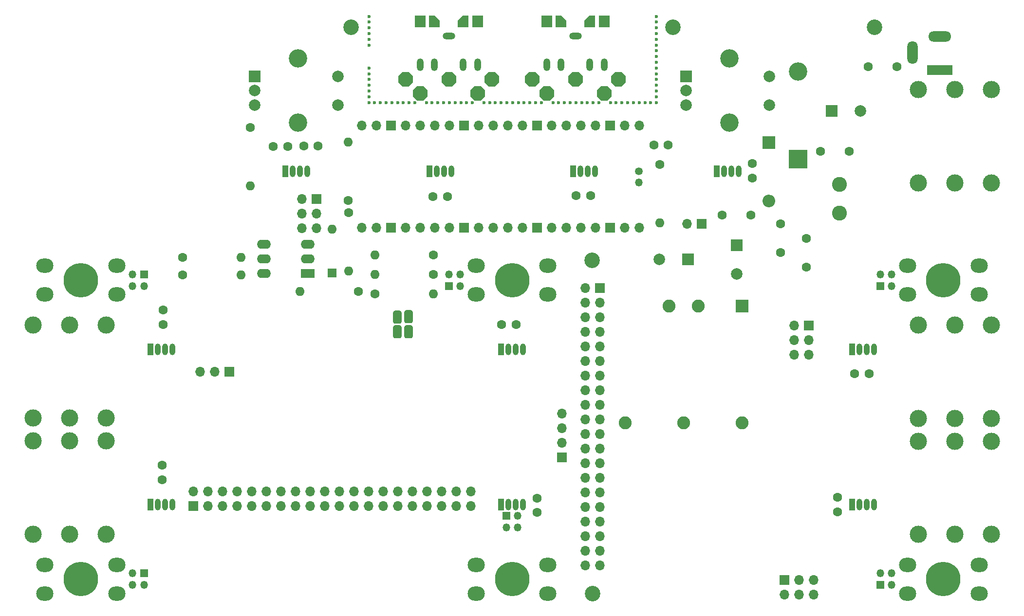
<source format=gbr>
%TF.GenerationSoftware,KiCad,Pcbnew,7.0.7-7.0.7~ubuntu23.04.1*%
%TF.CreationDate,2023-09-10T12:49:34+00:00*%
%TF.ProjectId,pedalboard-hw,70656461-6c62-46f6-9172-642d68772e6b,2.1.0*%
%TF.SameCoordinates,Original*%
%TF.FileFunction,Soldermask,Bot*%
%TF.FilePolarity,Negative*%
%FSLAX46Y46*%
G04 Gerber Fmt 4.6, Leading zero omitted, Abs format (unit mm)*
G04 Created by KiCad (PCBNEW 7.0.7-7.0.7~ubuntu23.04.1) date 2023-09-10 12:49:34*
%MOMM*%
%LPD*%
G01*
G04 APERTURE LIST*
G04 Aperture macros list*
%AMRoundRect*
0 Rectangle with rounded corners*
0 $1 Rounding radius*
0 $2 $3 $4 $5 $6 $7 $8 $9 X,Y pos of 4 corners*
0 Add a 4 corners polygon primitive as box body*
4,1,4,$2,$3,$4,$5,$6,$7,$8,$9,$2,$3,0*
0 Add four circle primitives for the rounded corners*
1,1,$1+$1,$2,$3*
1,1,$1+$1,$4,$5*
1,1,$1+$1,$6,$7*
1,1,$1+$1,$8,$9*
0 Add four rect primitives between the rounded corners*
20,1,$1+$1,$2,$3,$4,$5,0*
20,1,$1+$1,$4,$5,$6,$7,0*
20,1,$1+$1,$6,$7,$8,$9,0*
20,1,$1+$1,$8,$9,$2,$3,0*%
%AMFreePoly0*
4,1,17,0.553688,1.285921,1.285921,0.553688,1.300800,0.517767,1.300800,-0.517767,1.285921,-0.553688,0.553688,-1.285921,0.517767,-1.300800,-0.517767,-1.300800,-0.553688,-1.285921,-1.285921,-0.553688,-1.300800,-0.517767,-1.300800,0.517767,-1.285921,0.553688,-0.553688,1.285921,-0.517767,1.300800,0.517767,1.300800,0.553688,1.285921,0.553688,1.285921,$1*%
%AMFreePoly1*
4,1,14,0.935921,1.035921,0.950800,1.000000,0.950800,-0.100000,0.935921,-0.135921,0.035921,-1.035921,0.000000,-1.050800,-0.900000,-1.050800,-0.935921,-1.035921,-0.950800,-1.000000,-0.950800,1.000000,-0.935921,1.035921,-0.900000,1.050800,0.900000,1.050800,0.935921,1.035921,0.935921,1.035921,$1*%
%AMFreePoly2*
4,1,14,0.935921,1.035921,0.950800,1.000000,0.950800,-1.000000,0.935921,-1.035921,0.900000,-1.050800,0.000000,-1.050800,-0.035921,-1.035921,-0.935921,-0.135921,-0.950800,-0.100000,-0.950800,1.000000,-0.935921,1.035921,-0.900000,1.050800,0.900000,1.050800,0.935921,1.035921,0.935921,1.035921,$1*%
G04 Aperture macros list end*
%ADD10C,1.600000*%
%ADD11O,1.200000X2.200000*%
%ADD12O,2.200000X1.200000*%
%ADD13C,2.700000*%
%ADD14C,3.000000*%
%ADD15R,4.400000X1.800000*%
%ADD16O,4.000000X1.800000*%
%ADD17O,1.800000X4.000000*%
%ADD18C,6.000000*%
%ADD19R,1.350000X1.350000*%
%ADD20O,1.350000X1.350000*%
%ADD21O,1.600000X1.600000*%
%ADD22R,1.000000X2.000000*%
%ADD23O,1.000000X2.000000*%
%ADD24R,2.250000X2.250000*%
%ADD25C,2.250000*%
%ADD26R,1.700000X1.700000*%
%ADD27O,1.700000X1.700000*%
%ADD28C,0.600000*%
%ADD29O,3.000000X2.500000*%
%ADD30R,2.400000X1.600000*%
%ADD31O,2.400000X1.600000*%
%ADD32C,2.600000*%
%ADD33FreePoly0,180.000000*%
%ADD34FreePoly0,270.000000*%
%ADD35FreePoly1,180.000000*%
%ADD36RoundRect,0.050800X0.900000X1.000000X-0.900000X1.000000X-0.900000X-1.000000X0.900000X-1.000000X0*%
%ADD37FreePoly2,180.000000*%
%ADD38R,2.000000X2.000000*%
%ADD39C,2.000000*%
%ADD40C,3.200000*%
%ADD41R,1.600000X1.600000*%
%ADD42R,3.200000X3.200000*%
%ADD43O,3.200000X3.200000*%
%ADD44R,2.200000X2.200000*%
%ADD45O,2.200000X2.200000*%
%ADD46RoundRect,0.381000X0.381000X-0.762000X0.381000X0.762000X-0.381000X0.762000X-0.381000X-0.762000X0*%
%ADD47C,1.350000*%
G04 APERTURE END LIST*
D10*
%TO.C,C5*%
X146800000Y-46700000D03*
X146800000Y-49200000D03*
%TD*%
D11*
%TO.C,J16*%
X121000000Y-29500000D03*
X118500000Y-29500000D03*
D12*
X116000000Y-24500000D03*
D11*
X111000000Y-29500000D03*
X113500000Y-29500000D03*
%TD*%
D13*
%TO.C,H8*%
X133000000Y-23000000D03*
%TD*%
D14*
%TO.C,J12*%
X28050000Y-111200000D03*
X28050000Y-94970000D03*
X21700000Y-111200000D03*
X21700000Y-94970000D03*
X34400000Y-111200000D03*
X34400000Y-94970000D03*
%TD*%
D10*
%TO.C,C16*%
X158637600Y-44600000D03*
X163637600Y-44600000D03*
%TD*%
D15*
%TO.C,J13*%
X179400000Y-30400000D03*
D16*
X179400000Y-24600000D03*
D17*
X174600000Y-27400000D03*
%TD*%
D18*
%TO.C,H4*%
X30000000Y-119000000D03*
%TD*%
D19*
%TO.C,J22*%
X41000000Y-66000000D03*
D20*
X41000000Y-68000000D03*
X39000000Y-66000000D03*
X39000000Y-68000000D03*
%TD*%
D10*
%TO.C,L5*%
X130700000Y-46820000D03*
D21*
X130700000Y-56980000D03*
%TD*%
D22*
%TO.C,D3*%
X115600000Y-48000000D03*
D23*
X116870000Y-48000000D03*
X118140000Y-48000000D03*
X119410000Y-48000000D03*
%TD*%
D18*
%TO.C,H2*%
X105000000Y-67000000D03*
%TD*%
%TO.C,H1*%
X30000000Y-67000000D03*
%TD*%
D14*
%TO.C,J11*%
X28085000Y-91000000D03*
X28085000Y-74770000D03*
X21735000Y-91000000D03*
X21735000Y-74770000D03*
X34435000Y-91000000D03*
X34435000Y-74770000D03*
%TD*%
D24*
%TO.C,PS1*%
X144960000Y-71520000D03*
D25*
X137340000Y-71520000D03*
X132260000Y-71520000D03*
X124640000Y-91840000D03*
X134800000Y-91840000D03*
X144960000Y-91840000D03*
%TD*%
D14*
%TO.C,J10*%
X181950000Y-94995000D03*
X181950000Y-111225000D03*
X188300000Y-94995000D03*
X188300000Y-111225000D03*
X175600000Y-94995000D03*
X175600000Y-111225000D03*
%TD*%
D22*
%TO.C,D4*%
X140600000Y-48000000D03*
D23*
X141870000Y-48000000D03*
X143140000Y-48000000D03*
X144410000Y-48000000D03*
%TD*%
D10*
%TO.C,C10*%
X109310000Y-104930000D03*
X109310000Y-107430000D03*
%TD*%
D22*
%TO.C,D7*%
X103100000Y-106000000D03*
D23*
X104370000Y-106000000D03*
X105640000Y-106000000D03*
X106910000Y-106000000D03*
%TD*%
D13*
%TO.C,H11*%
X118980000Y-121520000D03*
%TD*%
D19*
%TO.C,J19*%
X169000000Y-120000000D03*
D20*
X169000000Y-118000000D03*
X171000000Y-120000000D03*
X171000000Y-118000000D03*
%TD*%
D26*
%TO.C,J7*%
X49590000Y-106320000D03*
D27*
X49590000Y-103780000D03*
X52130000Y-106320000D03*
X52130000Y-103780000D03*
X54670000Y-106320000D03*
X54670000Y-103780000D03*
X57210000Y-106320000D03*
X57210000Y-103780000D03*
X59750000Y-106320000D03*
X59750000Y-103780000D03*
X62290000Y-106320000D03*
X62290000Y-103780000D03*
X64830000Y-106320000D03*
X64830000Y-103780000D03*
X67370000Y-106320000D03*
X67370000Y-103780000D03*
X69910000Y-106320000D03*
X69910000Y-103780000D03*
X72450000Y-106320000D03*
X72450000Y-103780000D03*
X74990000Y-106320000D03*
X74990000Y-103780000D03*
X77530000Y-106320000D03*
X77530000Y-103780000D03*
X80070000Y-106320000D03*
X80070000Y-103780000D03*
X82610000Y-106320000D03*
X82610000Y-103780000D03*
X85150000Y-106320000D03*
X85150000Y-103780000D03*
X87690000Y-106320000D03*
X87690000Y-103780000D03*
X90230000Y-106320000D03*
X90230000Y-103780000D03*
X92770000Y-106320000D03*
X92770000Y-103780000D03*
X95310000Y-106320000D03*
X95310000Y-103780000D03*
X97850000Y-106320000D03*
X97850000Y-103780000D03*
%TD*%
D10*
%TO.C,C11*%
X161620000Y-107300000D03*
X161620000Y-104800000D03*
%TD*%
D28*
%TO.C,H12*%
X80100000Y-21075000D03*
X80100000Y-22075000D03*
X80100000Y-23075000D03*
X80100000Y-24075000D03*
X80100000Y-25075000D03*
X80100000Y-26075000D03*
X80100000Y-30075000D03*
X80100000Y-31075000D03*
X80100000Y-32075000D03*
X80100000Y-33075000D03*
X80100000Y-34075000D03*
X80100000Y-35075000D03*
X80100000Y-36075000D03*
X81100000Y-36075000D03*
X82100000Y-36075000D03*
X83100000Y-36075000D03*
X84100000Y-36075000D03*
X85100000Y-36075000D03*
X86100000Y-36075000D03*
X87100000Y-36075000D03*
X88100000Y-36075000D03*
X90100000Y-36075000D03*
X91100000Y-36075000D03*
X92100000Y-36075000D03*
X93100000Y-36075000D03*
X94100000Y-36075000D03*
X95100000Y-36075000D03*
X96100000Y-36075000D03*
X97100000Y-36075000D03*
X98100000Y-36075000D03*
X100100000Y-36075000D03*
X101100000Y-36075000D03*
X102100000Y-36075000D03*
X103100000Y-36075000D03*
X104100000Y-36075000D03*
X105100000Y-36075000D03*
X106100000Y-36075000D03*
X107100000Y-36075000D03*
X108100000Y-36075000D03*
X109100000Y-36075000D03*
X110100000Y-36075000D03*
X112100000Y-36075000D03*
X113100000Y-36075000D03*
X114100000Y-36075000D03*
X115100000Y-36075000D03*
X116100000Y-36075000D03*
X117100000Y-36075000D03*
X118100000Y-36075000D03*
X119100000Y-36075000D03*
X120100000Y-36075000D03*
X122100000Y-36075000D03*
X123100000Y-36075000D03*
X124100000Y-36075000D03*
X125100000Y-36075000D03*
X126100000Y-36075000D03*
X127100000Y-36075000D03*
X128100000Y-36075000D03*
X129100000Y-36075000D03*
X130100000Y-21075000D03*
X130100000Y-22075000D03*
X130100000Y-23075000D03*
X130100000Y-24075000D03*
X130100000Y-25075000D03*
X130100000Y-26075000D03*
X130100000Y-27075000D03*
X130100000Y-28075000D03*
X130100000Y-29075000D03*
X130100000Y-30075000D03*
X130100000Y-31075000D03*
X130100000Y-32075000D03*
X130100000Y-33075000D03*
X130100000Y-34075000D03*
X130100000Y-35075000D03*
X130100000Y-36075000D03*
%TD*%
D19*
%TO.C,J23*%
X41000000Y-118000000D03*
D20*
X41000000Y-120000000D03*
X39000000Y-118000000D03*
X39000000Y-120000000D03*
%TD*%
D10*
%TO.C,C9*%
X44155000Y-101700000D03*
X44155000Y-99200000D03*
%TD*%
D29*
%TO.C,SW2*%
X98750000Y-64500000D03*
X111250000Y-64500000D03*
X98750000Y-69500000D03*
X111250000Y-69500000D03*
%TD*%
D22*
%TO.C,D9*%
X42100000Y-79000000D03*
D23*
X43370000Y-79000000D03*
X44640000Y-79000000D03*
X45910000Y-79000000D03*
%TD*%
D19*
%TO.C,J21*%
X94000000Y-68000000D03*
D20*
X94000000Y-66000000D03*
X96000000Y-68000000D03*
X96000000Y-66000000D03*
%TD*%
D10*
%TO.C,R5*%
X76500000Y-53105000D03*
D21*
X76500000Y-42945000D03*
%TD*%
D30*
%TO.C,U2*%
X69475000Y-65800000D03*
D31*
X69475000Y-63260000D03*
X69475000Y-60720000D03*
X61855000Y-60720000D03*
X61855000Y-63260000D03*
X61855000Y-65800000D03*
%TD*%
D13*
%TO.C,H7*%
X77000000Y-23000000D03*
%TD*%
D32*
%TO.C,L6*%
X161900000Y-50300000D03*
X161900000Y-55300000D03*
%TD*%
D14*
%TO.C,J3*%
X181965000Y-33800000D03*
X181965000Y-50030000D03*
X188315000Y-33800000D03*
X188315000Y-50030000D03*
X175615000Y-33800000D03*
X175615000Y-50030000D03*
%TD*%
D10*
%TO.C,C1*%
X63475000Y-43700000D03*
X65975000Y-43700000D03*
%TD*%
D33*
%TO.C,J1*%
X108500000Y-32000000D03*
D34*
X116000000Y-32000000D03*
D33*
X123500000Y-32000000D03*
X111000000Y-34500000D03*
X121000000Y-34500000D03*
D35*
X118500000Y-22000000D03*
D36*
X121000000Y-22000000D03*
X111000000Y-22000000D03*
D37*
X113500000Y-22000000D03*
%TD*%
D22*
%TO.C,D2*%
X90600000Y-48000000D03*
D23*
X91870000Y-48000000D03*
X93140000Y-48000000D03*
X94410000Y-48000000D03*
%TD*%
D38*
%TO.C,SW7*%
X60250000Y-31500000D03*
D39*
X60250000Y-36500000D03*
X60250000Y-34000000D03*
D40*
X67750000Y-28400000D03*
X67750000Y-39600000D03*
D39*
X74750000Y-36500000D03*
X74750000Y-31500000D03*
%TD*%
D10*
%TO.C,C2*%
X68750000Y-43675000D03*
X71250000Y-43675000D03*
%TD*%
%TO.C,C8*%
X164570000Y-83300000D03*
X167070000Y-83300000D03*
%TD*%
D38*
%TO.C,C14*%
X144100000Y-60932323D03*
D39*
X144100000Y-65932323D03*
%TD*%
D19*
%TO.C,J18*%
X169000000Y-68000000D03*
D20*
X169000000Y-66000000D03*
X171000000Y-68000000D03*
X171000000Y-66000000D03*
%TD*%
D18*
%TO.C,H3*%
X180000000Y-67000000D03*
%TD*%
D10*
%TO.C,R1*%
X78280000Y-68980000D03*
D21*
X68120000Y-68980000D03*
%TD*%
D38*
%TO.C,C15*%
X135600000Y-63400000D03*
D39*
X130600000Y-63400000D03*
%TD*%
D22*
%TO.C,D1*%
X65600000Y-48000000D03*
D23*
X66870000Y-48000000D03*
X68140000Y-48000000D03*
X69410000Y-48000000D03*
%TD*%
D10*
%TO.C,C3*%
X91250000Y-52400000D03*
X93750000Y-52400000D03*
%TD*%
D14*
%TO.C,J9*%
X181950000Y-74780000D03*
X181950000Y-91010000D03*
X188300000Y-74780000D03*
X188300000Y-91010000D03*
X175600000Y-74780000D03*
X175600000Y-91010000D03*
%TD*%
D18*
%TO.C,H5*%
X105000000Y-119000000D03*
%TD*%
D29*
%TO.C,SW1*%
X23750000Y-64500000D03*
X36250000Y-64500000D03*
X23750000Y-69500000D03*
X36250000Y-69500000D03*
%TD*%
D10*
%TO.C,C12*%
X129650000Y-43470000D03*
X132150000Y-43470000D03*
%TD*%
%TO.C,R3*%
X47695000Y-63050000D03*
D21*
X57855000Y-63050000D03*
%TD*%
D38*
%TO.C,C13*%
X160532323Y-37500000D03*
D39*
X165532323Y-37500000D03*
%TD*%
D19*
%TO.C,J20*%
X104000000Y-108000000D03*
D20*
X106000000Y-108000000D03*
X104000000Y-110000000D03*
X106000000Y-110000000D03*
%TD*%
D22*
%TO.C,D5*%
X164100000Y-79000000D03*
D23*
X165370000Y-79000000D03*
X166640000Y-79000000D03*
X167910000Y-79000000D03*
%TD*%
D10*
%TO.C,R4*%
X81190000Y-69340000D03*
D21*
X91350000Y-69340000D03*
%TD*%
D22*
%TO.C,D10*%
X42100000Y-106000000D03*
D23*
X43370000Y-106000000D03*
X44640000Y-106000000D03*
X45910000Y-106000000D03*
%TD*%
D10*
%TO.C,L1*%
X76600000Y-55270000D03*
D21*
X76600000Y-65430000D03*
%TD*%
D10*
%TO.C,C18*%
X146500000Y-55700000D03*
X141500000Y-55700000D03*
%TD*%
D41*
%TO.C,D11*%
X73700000Y-65775000D03*
D21*
X73700000Y-58155000D03*
%TD*%
D10*
%TO.C,C4*%
X116150000Y-52300000D03*
X118650000Y-52300000D03*
%TD*%
D42*
%TO.C,D12*%
X154700000Y-45900000D03*
D43*
X154700000Y-30660000D03*
%TD*%
D10*
%TO.C,L2*%
X91280000Y-62575000D03*
D21*
X81120000Y-62575000D03*
%TD*%
D10*
%TO.C,F1*%
X171900000Y-29800000D03*
X166900000Y-29800000D03*
%TD*%
D13*
%TO.C,H10*%
X118900000Y-63565600D03*
%TD*%
D10*
%TO.C,C17*%
X151700000Y-57200000D03*
X151700000Y-62200000D03*
%TD*%
D22*
%TO.C,D6*%
X164100000Y-106000000D03*
D23*
X165370000Y-106000000D03*
X166640000Y-106000000D03*
X167910000Y-106000000D03*
%TD*%
D29*
%TO.C,SW6*%
X173750000Y-116500000D03*
X186250000Y-116500000D03*
X173750000Y-121500000D03*
X186250000Y-121500000D03*
%TD*%
D18*
%TO.C,H6*%
X180000000Y-119000000D03*
%TD*%
D29*
%TO.C,SW3*%
X173750000Y-64500000D03*
X186250000Y-64500000D03*
X173750000Y-69500000D03*
X186250000Y-69500000D03*
%TD*%
D10*
%TO.C,C7*%
X103200000Y-74700000D03*
X105700000Y-74700000D03*
%TD*%
D29*
%TO.C,SW4*%
X23750000Y-116500000D03*
X36250000Y-116500000D03*
X23750000Y-121500000D03*
X36250000Y-121500000D03*
%TD*%
D13*
%TO.C,H9*%
X168000000Y-23000000D03*
%TD*%
D10*
%TO.C,L4*%
X91350000Y-65980000D03*
D21*
X81190000Y-65980000D03*
%TD*%
D38*
%TO.C,SW8*%
X135250000Y-31500000D03*
D39*
X135250000Y-36500000D03*
X135250000Y-34000000D03*
D40*
X142750000Y-28400000D03*
X142750000Y-39600000D03*
D39*
X149750000Y-36500000D03*
X149750000Y-31500000D03*
%TD*%
D10*
%TO.C,R2*%
X47695000Y-66050000D03*
D21*
X57855000Y-66050000D03*
%TD*%
D29*
%TO.C,SW5*%
X98750000Y-116500000D03*
X111250000Y-116500000D03*
X98750000Y-121500000D03*
X111250000Y-121500000D03*
%TD*%
D10*
%TO.C,C19*%
X156200000Y-64700000D03*
X156200000Y-59700000D03*
%TD*%
D33*
%TO.C,J2*%
X86505500Y-32000000D03*
D34*
X94005500Y-32000000D03*
D33*
X101505500Y-32000000D03*
X89005500Y-34500000D03*
X99005500Y-34500000D03*
D35*
X96505500Y-22000000D03*
D36*
X99005500Y-22000000D03*
X89005500Y-22000000D03*
D37*
X91505500Y-22000000D03*
%TD*%
D10*
%TO.C,C6*%
X44355000Y-72200000D03*
X44355000Y-74700000D03*
%TD*%
D44*
%TO.C,D13*%
X149606000Y-43078400D03*
D45*
X149606000Y-53238400D03*
%TD*%
D22*
%TO.C,D8*%
X103100000Y-79000000D03*
D23*
X104370000Y-79000000D03*
X105640000Y-79000000D03*
X106910000Y-79000000D03*
%TD*%
D10*
%TO.C,L3*%
X59500000Y-40445000D03*
D21*
X59500000Y-50605000D03*
%TD*%
D11*
%TO.C,J17*%
X99000000Y-29500000D03*
X96500000Y-29500000D03*
D12*
X94000000Y-24500000D03*
D11*
X89000000Y-29500000D03*
X91500000Y-29500000D03*
%TD*%
D26*
%TO.C,J6*%
X113625000Y-97780000D03*
D27*
X113625000Y-95240000D03*
X113625000Y-92700000D03*
X113625000Y-90160000D03*
%TD*%
D46*
%TO.C,F3*%
X85060000Y-76000000D03*
X85060000Y-73400000D03*
%TD*%
D26*
%TO.C,J14*%
X138000000Y-57175000D03*
D27*
X135460000Y-57175000D03*
%TD*%
D47*
%TO.C,J5*%
X127000000Y-48000000D03*
D20*
X127000000Y-50000000D03*
%TD*%
D27*
%TO.C,U1*%
X127130000Y-57890000D03*
X124590000Y-57890000D03*
D26*
X122050000Y-57890000D03*
D27*
X119510000Y-57890000D03*
X116970000Y-57890000D03*
X114430000Y-57890000D03*
X111890000Y-57890000D03*
D26*
X109350000Y-57890000D03*
D27*
X106810000Y-57890000D03*
X104270000Y-57890000D03*
X101730000Y-57890000D03*
X99190000Y-57890000D03*
D26*
X96650000Y-57890000D03*
D27*
X94110000Y-57890000D03*
X91570000Y-57890000D03*
X89030000Y-57890000D03*
X86490000Y-57890000D03*
D26*
X83950000Y-57890000D03*
D27*
X81410000Y-57890000D03*
X78870000Y-57890000D03*
X78870000Y-40110000D03*
X81410000Y-40110000D03*
D26*
X83950000Y-40110000D03*
D27*
X86490000Y-40110000D03*
X89030000Y-40110000D03*
X91570000Y-40110000D03*
X94110000Y-40110000D03*
D26*
X96650000Y-40110000D03*
D27*
X99190000Y-40110000D03*
X101730000Y-40110000D03*
X104270000Y-40110000D03*
X106810000Y-40110000D03*
D26*
X109350000Y-40110000D03*
D27*
X111890000Y-40110000D03*
X114430000Y-40110000D03*
X116970000Y-40110000D03*
X119510000Y-40110000D03*
D26*
X122050000Y-40110000D03*
D27*
X124590000Y-40110000D03*
X127130000Y-40110000D03*
%TD*%
D26*
%TO.C,J4*%
X55865000Y-82962600D03*
D27*
X53325000Y-82962600D03*
X50785000Y-82962600D03*
%TD*%
D26*
%TO.C,J8*%
X120250000Y-68375600D03*
D27*
X117710000Y-68375600D03*
X120250000Y-70915600D03*
X117710000Y-70915600D03*
X120250000Y-73455600D03*
X117710000Y-73455600D03*
X120250000Y-75995600D03*
X117710000Y-75995600D03*
X120250000Y-78535600D03*
X117710000Y-78535600D03*
X120250000Y-81075600D03*
X117710000Y-81075600D03*
X120250000Y-83615600D03*
X117710000Y-83615600D03*
X120250000Y-86155600D03*
X117710000Y-86155600D03*
X120250000Y-88695600D03*
X117710000Y-88695600D03*
X120250000Y-91235600D03*
X117710000Y-91235600D03*
X120250000Y-93775600D03*
X117710000Y-93775600D03*
X120250000Y-96315600D03*
X117710000Y-96315600D03*
X120250000Y-98855600D03*
X117710000Y-98855600D03*
X120250000Y-101395600D03*
X117710000Y-101395600D03*
X120250000Y-103935600D03*
X117710000Y-103935600D03*
X120250000Y-106475600D03*
X117710000Y-106475600D03*
X120250000Y-109015600D03*
X117710000Y-109015600D03*
X120250000Y-111555600D03*
X117710000Y-111555600D03*
X120250000Y-114095600D03*
X117710000Y-114095600D03*
X120250000Y-116635600D03*
X117710000Y-116635600D03*
D26*
X156555000Y-74845600D03*
D27*
X154015000Y-74845600D03*
X156555000Y-77385600D03*
X154015000Y-77385600D03*
X156555000Y-79925600D03*
X154015000Y-79925600D03*
D26*
X152380000Y-119150600D03*
D27*
X152380000Y-121690600D03*
X154920000Y-119150600D03*
X154920000Y-121690600D03*
X157460000Y-119150600D03*
X157460000Y-121690600D03*
%TD*%
D46*
%TO.C,F2*%
X86990000Y-75990000D03*
X86990000Y-73390000D03*
%TD*%
D26*
%TO.C,J15*%
X71000000Y-52850000D03*
D27*
X68460000Y-52850000D03*
X71000000Y-55390000D03*
X68460000Y-55390000D03*
X71000000Y-57930000D03*
X68460000Y-57930000D03*
%TD*%
M02*

</source>
